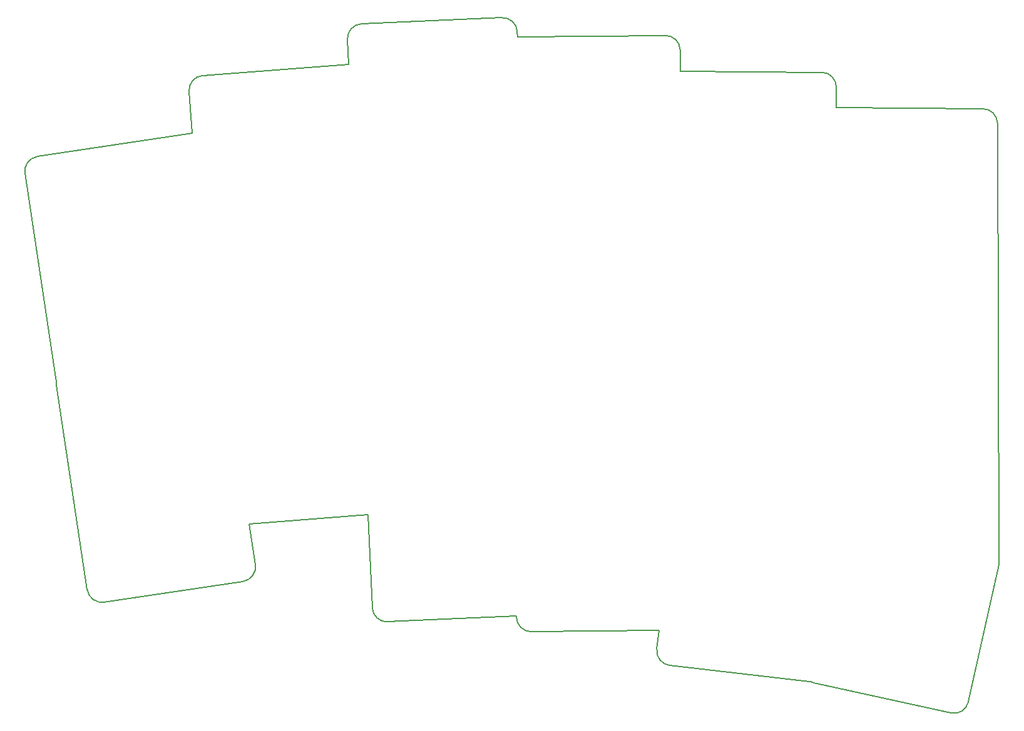
<source format=gbr>
%TF.GenerationSoftware,KiCad,Pcbnew,7.0.7*%
%TF.CreationDate,2023-10-01T20:36:35+02:00*%
%TF.ProjectId,goose_reversible_pcb_routed,676f6f73-655f-4726-9576-65727369626c,v1.0.0*%
%TF.SameCoordinates,Original*%
%TF.FileFunction,Profile,NP*%
%FSLAX46Y46*%
G04 Gerber Fmt 4.6, Leading zero omitted, Abs format (unit mm)*
G04 Created by KiCad (PCBNEW 7.0.7) date 2023-10-01 20:36:35*
%MOMM*%
%LPD*%
G01*
G04 APERTURE LIST*
%TA.AperFunction,Profile*%
%ADD10C,0.150000*%
%TD*%
G04 APERTURE END LIST*
D10*
X268273672Y-111293696D02*
G75*
G03*
X266291152Y-109276328I-1999972J17396D01*
G01*
X169221087Y-181022095D02*
X188012386Y-178213718D01*
X247151765Y-106269891D02*
G75*
G03*
X245134357Y-104287434I-1999965J-17509D01*
G01*
X265203040Y-191923709D02*
X283752674Y-196036069D01*
X225151218Y-104461815D02*
X225122239Y-103798174D01*
X188012384Y-178213708D02*
G75*
G03*
X189694800Y-175940068I-295584J1978008D01*
G01*
X290250499Y-175966731D02*
G75*
G03*
X290297892Y-175526550I-1952199J432831D01*
G01*
X188869464Y-170417625D02*
X204953717Y-169151765D01*
X247176528Y-109109521D02*
X247151746Y-106269891D01*
X162734857Y-151152721D02*
X162660965Y-150658229D01*
X264641387Y-191746900D02*
G75*
G03*
X264731880Y-191755133I226413J1987200D01*
G01*
X245763528Y-189596036D02*
X264641387Y-191746900D01*
X182555385Y-109725972D02*
G75*
G03*
X180718470Y-111876686I156915J-1993828D01*
G01*
X182555381Y-109725927D02*
X202291324Y-108172673D01*
X225151218Y-104461815D02*
X245134357Y-104287434D01*
X223036901Y-101887323D02*
X204054994Y-102716079D01*
X268249632Y-114043602D02*
X268273624Y-111293696D01*
X264731884Y-191755123D02*
G75*
G03*
X265203040Y-191923709I904016J1783823D01*
G01*
X202144132Y-104801429D02*
X202291324Y-108172673D01*
X268249632Y-114043602D02*
X288098874Y-114216821D01*
X162808768Y-151647235D02*
X162734860Y-151152724D01*
X290081441Y-116209449D02*
G75*
G03*
X288098874Y-114216821I-2000041J-7351D01*
G01*
X158522296Y-122965783D02*
X162660965Y-150658229D01*
X286138136Y-194516353D02*
X290250493Y-175966730D01*
X204054996Y-102716131D02*
G75*
G03*
X202144132Y-104801429I87204J-1998069D01*
G01*
X244288951Y-184870864D02*
X244002786Y-187382483D01*
X247176528Y-109109521D02*
X266291152Y-109276328D01*
X204953717Y-169151765D02*
X205505012Y-181778082D01*
X225122280Y-103798172D02*
G75*
G03*
X223036901Y-101887323I-1998080J-87228D01*
G01*
X207590345Y-183688949D02*
X225002761Y-182928702D01*
X225003743Y-183039091D02*
G75*
G03*
X227021111Y-185021557I1999957J17491D01*
G01*
X160204715Y-120692124D02*
X181165724Y-117559484D01*
X160204726Y-120692195D02*
G75*
G03*
X158522296Y-122965781I295574J-1978005D01*
G01*
X244002769Y-187382481D02*
G75*
G03*
X245763526Y-189596036I1987131J-226419D01*
G01*
X225002761Y-182928702D02*
X225003723Y-183039091D01*
X290081418Y-116209449D02*
X290297893Y-175526550D01*
X189694801Y-175940068D02*
X188869464Y-170417625D01*
X180718470Y-111876686D02*
X181165724Y-117559484D01*
X227021111Y-185021558D02*
X244288951Y-184870864D01*
X205505049Y-181778080D02*
G75*
G03*
X207590345Y-183688948I1998051J87180D01*
G01*
X162808770Y-151647237D02*
X166947444Y-179339685D01*
X166947505Y-179339676D02*
G75*
G03*
X169221084Y-181022093I1977995J295576D01*
G01*
X283752659Y-196036138D02*
G75*
G03*
X286138136Y-194516353I432841J1952638D01*
G01*
M02*

</source>
